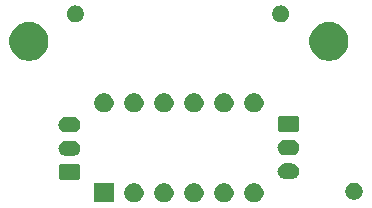
<source format=gts>
G04 #@! TF.GenerationSoftware,KiCad,Pcbnew,(5.1.6)-1*
G04 #@! TF.CreationDate,2021-03-27T23:13:27-04:00*
G04 #@! TF.ProjectId,tm3130-2481bs,746d3331-3330-42d3-9234-383162732e6b,rev?*
G04 #@! TF.SameCoordinates,Original*
G04 #@! TF.FileFunction,Soldermask,Top*
G04 #@! TF.FilePolarity,Negative*
%FSLAX46Y46*%
G04 Gerber Fmt 4.6, Leading zero omitted, Abs format (unit mm)*
G04 Created by KiCad (PCBNEW (5.1.6)-1) date 2021-03-27 23:13:27*
%MOMM*%
%LPD*%
G01*
G04 APERTURE LIST*
%ADD10C,0.100000*%
G04 APERTURE END LIST*
D10*
G36*
X141969142Y-56368242D02*
G01*
X142117101Y-56429529D01*
X142250255Y-56518499D01*
X142363501Y-56631745D01*
X142452471Y-56764899D01*
X142513758Y-56912858D01*
X142545000Y-57069925D01*
X142545000Y-57230075D01*
X142513758Y-57387142D01*
X142452471Y-57535101D01*
X142363501Y-57668255D01*
X142250255Y-57781501D01*
X142117101Y-57870471D01*
X141969142Y-57931758D01*
X141812075Y-57963000D01*
X141651925Y-57963000D01*
X141494858Y-57931758D01*
X141346899Y-57870471D01*
X141213745Y-57781501D01*
X141100499Y-57668255D01*
X141011529Y-57535101D01*
X140950242Y-57387142D01*
X140919000Y-57230075D01*
X140919000Y-57069925D01*
X140950242Y-56912858D01*
X141011529Y-56764899D01*
X141100499Y-56631745D01*
X141213745Y-56518499D01*
X141346899Y-56429529D01*
X141494858Y-56368242D01*
X141651925Y-56337000D01*
X141812075Y-56337000D01*
X141969142Y-56368242D01*
G37*
G36*
X136889142Y-56368242D02*
G01*
X137037101Y-56429529D01*
X137170255Y-56518499D01*
X137283501Y-56631745D01*
X137372471Y-56764899D01*
X137433758Y-56912858D01*
X137465000Y-57069925D01*
X137465000Y-57230075D01*
X137433758Y-57387142D01*
X137372471Y-57535101D01*
X137283501Y-57668255D01*
X137170255Y-57781501D01*
X137037101Y-57870471D01*
X136889142Y-57931758D01*
X136732075Y-57963000D01*
X136571925Y-57963000D01*
X136414858Y-57931758D01*
X136266899Y-57870471D01*
X136133745Y-57781501D01*
X136020499Y-57668255D01*
X135931529Y-57535101D01*
X135870242Y-57387142D01*
X135839000Y-57230075D01*
X135839000Y-57069925D01*
X135870242Y-56912858D01*
X135931529Y-56764899D01*
X136020499Y-56631745D01*
X136133745Y-56518499D01*
X136266899Y-56429529D01*
X136414858Y-56368242D01*
X136571925Y-56337000D01*
X136732075Y-56337000D01*
X136889142Y-56368242D01*
G37*
G36*
X134349142Y-56368242D02*
G01*
X134497101Y-56429529D01*
X134630255Y-56518499D01*
X134743501Y-56631745D01*
X134832471Y-56764899D01*
X134893758Y-56912858D01*
X134925000Y-57069925D01*
X134925000Y-57230075D01*
X134893758Y-57387142D01*
X134832471Y-57535101D01*
X134743501Y-57668255D01*
X134630255Y-57781501D01*
X134497101Y-57870471D01*
X134349142Y-57931758D01*
X134192075Y-57963000D01*
X134031925Y-57963000D01*
X133874858Y-57931758D01*
X133726899Y-57870471D01*
X133593745Y-57781501D01*
X133480499Y-57668255D01*
X133391529Y-57535101D01*
X133330242Y-57387142D01*
X133299000Y-57230075D01*
X133299000Y-57069925D01*
X133330242Y-56912858D01*
X133391529Y-56764899D01*
X133480499Y-56631745D01*
X133593745Y-56518499D01*
X133726899Y-56429529D01*
X133874858Y-56368242D01*
X134031925Y-56337000D01*
X134192075Y-56337000D01*
X134349142Y-56368242D01*
G37*
G36*
X131809142Y-56368242D02*
G01*
X131957101Y-56429529D01*
X132090255Y-56518499D01*
X132203501Y-56631745D01*
X132292471Y-56764899D01*
X132353758Y-56912858D01*
X132385000Y-57069925D01*
X132385000Y-57230075D01*
X132353758Y-57387142D01*
X132292471Y-57535101D01*
X132203501Y-57668255D01*
X132090255Y-57781501D01*
X131957101Y-57870471D01*
X131809142Y-57931758D01*
X131652075Y-57963000D01*
X131491925Y-57963000D01*
X131334858Y-57931758D01*
X131186899Y-57870471D01*
X131053745Y-57781501D01*
X130940499Y-57668255D01*
X130851529Y-57535101D01*
X130790242Y-57387142D01*
X130759000Y-57230075D01*
X130759000Y-57069925D01*
X130790242Y-56912858D01*
X130851529Y-56764899D01*
X130940499Y-56631745D01*
X131053745Y-56518499D01*
X131186899Y-56429529D01*
X131334858Y-56368242D01*
X131491925Y-56337000D01*
X131652075Y-56337000D01*
X131809142Y-56368242D01*
G37*
G36*
X129845000Y-57963000D02*
G01*
X128219000Y-57963000D01*
X128219000Y-56337000D01*
X129845000Y-56337000D01*
X129845000Y-57963000D01*
G37*
G36*
X139429142Y-56368242D02*
G01*
X139577101Y-56429529D01*
X139710255Y-56518499D01*
X139823501Y-56631745D01*
X139912471Y-56764899D01*
X139973758Y-56912858D01*
X140005000Y-57069925D01*
X140005000Y-57230075D01*
X139973758Y-57387142D01*
X139912471Y-57535101D01*
X139823501Y-57668255D01*
X139710255Y-57781501D01*
X139577101Y-57870471D01*
X139429142Y-57931758D01*
X139272075Y-57963000D01*
X139111925Y-57963000D01*
X138954858Y-57931758D01*
X138806899Y-57870471D01*
X138673745Y-57781501D01*
X138560499Y-57668255D01*
X138471529Y-57535101D01*
X138410242Y-57387142D01*
X138379000Y-57230075D01*
X138379000Y-57069925D01*
X138410242Y-56912858D01*
X138471529Y-56764899D01*
X138560499Y-56631745D01*
X138673745Y-56518499D01*
X138806899Y-56429529D01*
X138954858Y-56368242D01*
X139111925Y-56337000D01*
X139272075Y-56337000D01*
X139429142Y-56368242D01*
G37*
G36*
X150341246Y-56289912D02*
G01*
X150411183Y-56303823D01*
X150465759Y-56326429D01*
X150542942Y-56358399D01*
X150661522Y-56437632D01*
X150762368Y-56538478D01*
X150841601Y-56657058D01*
X150896177Y-56788818D01*
X150920851Y-56912858D01*
X150924000Y-56928692D01*
X150924000Y-57071308D01*
X150896177Y-57211183D01*
X150873571Y-57265759D01*
X150841601Y-57342942D01*
X150762368Y-57461522D01*
X150661522Y-57562368D01*
X150542942Y-57641601D01*
X150478588Y-57668257D01*
X150411183Y-57696177D01*
X150341246Y-57710088D01*
X150271309Y-57724000D01*
X150128691Y-57724000D01*
X150058754Y-57710088D01*
X149988817Y-57696177D01*
X149921412Y-57668257D01*
X149857058Y-57641601D01*
X149738478Y-57562368D01*
X149637632Y-57461522D01*
X149558399Y-57342942D01*
X149526429Y-57265759D01*
X149503823Y-57211183D01*
X149476000Y-57071308D01*
X149476000Y-56928692D01*
X149479150Y-56912858D01*
X149503823Y-56788818D01*
X149558399Y-56657058D01*
X149637632Y-56538478D01*
X149738478Y-56437632D01*
X149857058Y-56358399D01*
X149934241Y-56326429D01*
X149988817Y-56303823D01*
X150058754Y-56289912D01*
X150128691Y-56276000D01*
X150271309Y-56276000D01*
X150341246Y-56289912D01*
G37*
G36*
X126877242Y-54725404D02*
G01*
X126914337Y-54736657D01*
X126948515Y-54754925D01*
X126978481Y-54779519D01*
X127003075Y-54809485D01*
X127021343Y-54843663D01*
X127032596Y-54880758D01*
X127037000Y-54925474D01*
X127037000Y-55818526D01*
X127032596Y-55863242D01*
X127021343Y-55900337D01*
X127003075Y-55934515D01*
X126978481Y-55964481D01*
X126948515Y-55989075D01*
X126914337Y-56007343D01*
X126877242Y-56018596D01*
X126832526Y-56023000D01*
X125389474Y-56023000D01*
X125344758Y-56018596D01*
X125307663Y-56007343D01*
X125273485Y-55989075D01*
X125243519Y-55964481D01*
X125218925Y-55934515D01*
X125200657Y-55900337D01*
X125189404Y-55863242D01*
X125185000Y-55818526D01*
X125185000Y-54925474D01*
X125189404Y-54880758D01*
X125200657Y-54843663D01*
X125218925Y-54809485D01*
X125243519Y-54779519D01*
X125273485Y-54754925D01*
X125307663Y-54736657D01*
X125344758Y-54725404D01*
X125389474Y-54721000D01*
X126832526Y-54721000D01*
X126877242Y-54725404D01*
G37*
G36*
X144991855Y-54660140D02*
G01*
X145055618Y-54666420D01*
X145146404Y-54693960D01*
X145178336Y-54703646D01*
X145291425Y-54764094D01*
X145390554Y-54845446D01*
X145471906Y-54944575D01*
X145532354Y-55057664D01*
X145532355Y-55057668D01*
X145569580Y-55180382D01*
X145582149Y-55308000D01*
X145569580Y-55435618D01*
X145542040Y-55526404D01*
X145532354Y-55558336D01*
X145471906Y-55671425D01*
X145390554Y-55770554D01*
X145291425Y-55851906D01*
X145178336Y-55912354D01*
X145146404Y-55922040D01*
X145055618Y-55949580D01*
X144991855Y-55955860D01*
X144959974Y-55959000D01*
X144346026Y-55959000D01*
X144314145Y-55955860D01*
X144250382Y-55949580D01*
X144159596Y-55922040D01*
X144127664Y-55912354D01*
X144014575Y-55851906D01*
X143915446Y-55770554D01*
X143834094Y-55671425D01*
X143773646Y-55558336D01*
X143763960Y-55526404D01*
X143736420Y-55435618D01*
X143723851Y-55308000D01*
X143736420Y-55180382D01*
X143773645Y-55057668D01*
X143773646Y-55057664D01*
X143834094Y-54944575D01*
X143915446Y-54845446D01*
X144014575Y-54764094D01*
X144127664Y-54703646D01*
X144159596Y-54693960D01*
X144250382Y-54666420D01*
X144314145Y-54660140D01*
X144346026Y-54657000D01*
X144959974Y-54657000D01*
X144991855Y-54660140D01*
G37*
G36*
X126449855Y-52724140D02*
G01*
X126513618Y-52730420D01*
X126604404Y-52757960D01*
X126636336Y-52767646D01*
X126749425Y-52828094D01*
X126848554Y-52909446D01*
X126929906Y-53008575D01*
X126990354Y-53121664D01*
X126990355Y-53121668D01*
X127027580Y-53244382D01*
X127040149Y-53372000D01*
X127027580Y-53499618D01*
X127009769Y-53558332D01*
X126990354Y-53622336D01*
X126929906Y-53735425D01*
X126848554Y-53834554D01*
X126749425Y-53915906D01*
X126636336Y-53976354D01*
X126604404Y-53986040D01*
X126513618Y-54013580D01*
X126449855Y-54019860D01*
X126417974Y-54023000D01*
X125804026Y-54023000D01*
X125772145Y-54019860D01*
X125708382Y-54013580D01*
X125617596Y-53986040D01*
X125585664Y-53976354D01*
X125472575Y-53915906D01*
X125373446Y-53834554D01*
X125292094Y-53735425D01*
X125231646Y-53622336D01*
X125212231Y-53558332D01*
X125194420Y-53499618D01*
X125181851Y-53372000D01*
X125194420Y-53244382D01*
X125231645Y-53121668D01*
X125231646Y-53121664D01*
X125292094Y-53008575D01*
X125373446Y-52909446D01*
X125472575Y-52828094D01*
X125585664Y-52767646D01*
X125617596Y-52757960D01*
X125708382Y-52730420D01*
X125772145Y-52724140D01*
X125804026Y-52721000D01*
X126417974Y-52721000D01*
X126449855Y-52724140D01*
G37*
G36*
X144991855Y-52660140D02*
G01*
X145055618Y-52666420D01*
X145146404Y-52693960D01*
X145178336Y-52703646D01*
X145291425Y-52764094D01*
X145390554Y-52845446D01*
X145471906Y-52944575D01*
X145532354Y-53057664D01*
X145532355Y-53057668D01*
X145569580Y-53180382D01*
X145582149Y-53308000D01*
X145569580Y-53435618D01*
X145550166Y-53499616D01*
X145532354Y-53558336D01*
X145471906Y-53671425D01*
X145390554Y-53770554D01*
X145291425Y-53851906D01*
X145178336Y-53912354D01*
X145166626Y-53915906D01*
X145055618Y-53949580D01*
X144991855Y-53955860D01*
X144959974Y-53959000D01*
X144346026Y-53959000D01*
X144314145Y-53955860D01*
X144250382Y-53949580D01*
X144139374Y-53915906D01*
X144127664Y-53912354D01*
X144014575Y-53851906D01*
X143915446Y-53770554D01*
X143834094Y-53671425D01*
X143773646Y-53558336D01*
X143755834Y-53499616D01*
X143736420Y-53435618D01*
X143723851Y-53308000D01*
X143736420Y-53180382D01*
X143773645Y-53057668D01*
X143773646Y-53057664D01*
X143834094Y-52944575D01*
X143915446Y-52845446D01*
X144014575Y-52764094D01*
X144127664Y-52703646D01*
X144159596Y-52693960D01*
X144250382Y-52666420D01*
X144314145Y-52660140D01*
X144346026Y-52657000D01*
X144959974Y-52657000D01*
X144991855Y-52660140D01*
G37*
G36*
X126449855Y-50724140D02*
G01*
X126513618Y-50730420D01*
X126563280Y-50745485D01*
X126636336Y-50767646D01*
X126749425Y-50828094D01*
X126848554Y-50909446D01*
X126929906Y-51008575D01*
X126990354Y-51121664D01*
X126990355Y-51121668D01*
X127027580Y-51244382D01*
X127040149Y-51372000D01*
X127027580Y-51499618D01*
X127000040Y-51590404D01*
X126990354Y-51622336D01*
X126929906Y-51735425D01*
X126848554Y-51834554D01*
X126749425Y-51915906D01*
X126636336Y-51976354D01*
X126604404Y-51986040D01*
X126513618Y-52013580D01*
X126449855Y-52019860D01*
X126417974Y-52023000D01*
X125804026Y-52023000D01*
X125772145Y-52019860D01*
X125708382Y-52013580D01*
X125617596Y-51986040D01*
X125585664Y-51976354D01*
X125472575Y-51915906D01*
X125373446Y-51834554D01*
X125292094Y-51735425D01*
X125231646Y-51622336D01*
X125221960Y-51590404D01*
X125194420Y-51499618D01*
X125181851Y-51372000D01*
X125194420Y-51244382D01*
X125231645Y-51121668D01*
X125231646Y-51121664D01*
X125292094Y-51008575D01*
X125373446Y-50909446D01*
X125472575Y-50828094D01*
X125585664Y-50767646D01*
X125658720Y-50745485D01*
X125708382Y-50730420D01*
X125772145Y-50724140D01*
X125804026Y-50721000D01*
X126417974Y-50721000D01*
X126449855Y-50724140D01*
G37*
G36*
X145419242Y-50661404D02*
G01*
X145456337Y-50672657D01*
X145490515Y-50690925D01*
X145520481Y-50715519D01*
X145545075Y-50745485D01*
X145563343Y-50779663D01*
X145574596Y-50816758D01*
X145579000Y-50861474D01*
X145579000Y-51754526D01*
X145574596Y-51799242D01*
X145563343Y-51836337D01*
X145545075Y-51870515D01*
X145520481Y-51900481D01*
X145490515Y-51925075D01*
X145456337Y-51943343D01*
X145419242Y-51954596D01*
X145374526Y-51959000D01*
X143931474Y-51959000D01*
X143886758Y-51954596D01*
X143849663Y-51943343D01*
X143815485Y-51925075D01*
X143785519Y-51900481D01*
X143760925Y-51870515D01*
X143742657Y-51836337D01*
X143731404Y-51799242D01*
X143727000Y-51754526D01*
X143727000Y-50861474D01*
X143731404Y-50816758D01*
X143742657Y-50779663D01*
X143760925Y-50745485D01*
X143785519Y-50715519D01*
X143815485Y-50690925D01*
X143849663Y-50672657D01*
X143886758Y-50661404D01*
X143931474Y-50657000D01*
X145374526Y-50657000D01*
X145419242Y-50661404D01*
G37*
G36*
X136889142Y-48748242D02*
G01*
X137037101Y-48809529D01*
X137170255Y-48898499D01*
X137283501Y-49011745D01*
X137372471Y-49144899D01*
X137433758Y-49292858D01*
X137465000Y-49449925D01*
X137465000Y-49610075D01*
X137433758Y-49767142D01*
X137372471Y-49915101D01*
X137283501Y-50048255D01*
X137170255Y-50161501D01*
X137037101Y-50250471D01*
X136889142Y-50311758D01*
X136732075Y-50343000D01*
X136571925Y-50343000D01*
X136414858Y-50311758D01*
X136266899Y-50250471D01*
X136133745Y-50161501D01*
X136020499Y-50048255D01*
X135931529Y-49915101D01*
X135870242Y-49767142D01*
X135839000Y-49610075D01*
X135839000Y-49449925D01*
X135870242Y-49292858D01*
X135931529Y-49144899D01*
X136020499Y-49011745D01*
X136133745Y-48898499D01*
X136266899Y-48809529D01*
X136414858Y-48748242D01*
X136571925Y-48717000D01*
X136732075Y-48717000D01*
X136889142Y-48748242D01*
G37*
G36*
X139429142Y-48748242D02*
G01*
X139577101Y-48809529D01*
X139710255Y-48898499D01*
X139823501Y-49011745D01*
X139912471Y-49144899D01*
X139973758Y-49292858D01*
X140005000Y-49449925D01*
X140005000Y-49610075D01*
X139973758Y-49767142D01*
X139912471Y-49915101D01*
X139823501Y-50048255D01*
X139710255Y-50161501D01*
X139577101Y-50250471D01*
X139429142Y-50311758D01*
X139272075Y-50343000D01*
X139111925Y-50343000D01*
X138954858Y-50311758D01*
X138806899Y-50250471D01*
X138673745Y-50161501D01*
X138560499Y-50048255D01*
X138471529Y-49915101D01*
X138410242Y-49767142D01*
X138379000Y-49610075D01*
X138379000Y-49449925D01*
X138410242Y-49292858D01*
X138471529Y-49144899D01*
X138560499Y-49011745D01*
X138673745Y-48898499D01*
X138806899Y-48809529D01*
X138954858Y-48748242D01*
X139111925Y-48717000D01*
X139272075Y-48717000D01*
X139429142Y-48748242D01*
G37*
G36*
X134349142Y-48748242D02*
G01*
X134497101Y-48809529D01*
X134630255Y-48898499D01*
X134743501Y-49011745D01*
X134832471Y-49144899D01*
X134893758Y-49292858D01*
X134925000Y-49449925D01*
X134925000Y-49610075D01*
X134893758Y-49767142D01*
X134832471Y-49915101D01*
X134743501Y-50048255D01*
X134630255Y-50161501D01*
X134497101Y-50250471D01*
X134349142Y-50311758D01*
X134192075Y-50343000D01*
X134031925Y-50343000D01*
X133874858Y-50311758D01*
X133726899Y-50250471D01*
X133593745Y-50161501D01*
X133480499Y-50048255D01*
X133391529Y-49915101D01*
X133330242Y-49767142D01*
X133299000Y-49610075D01*
X133299000Y-49449925D01*
X133330242Y-49292858D01*
X133391529Y-49144899D01*
X133480499Y-49011745D01*
X133593745Y-48898499D01*
X133726899Y-48809529D01*
X133874858Y-48748242D01*
X134031925Y-48717000D01*
X134192075Y-48717000D01*
X134349142Y-48748242D01*
G37*
G36*
X131809142Y-48748242D02*
G01*
X131957101Y-48809529D01*
X132090255Y-48898499D01*
X132203501Y-49011745D01*
X132292471Y-49144899D01*
X132353758Y-49292858D01*
X132385000Y-49449925D01*
X132385000Y-49610075D01*
X132353758Y-49767142D01*
X132292471Y-49915101D01*
X132203501Y-50048255D01*
X132090255Y-50161501D01*
X131957101Y-50250471D01*
X131809142Y-50311758D01*
X131652075Y-50343000D01*
X131491925Y-50343000D01*
X131334858Y-50311758D01*
X131186899Y-50250471D01*
X131053745Y-50161501D01*
X130940499Y-50048255D01*
X130851529Y-49915101D01*
X130790242Y-49767142D01*
X130759000Y-49610075D01*
X130759000Y-49449925D01*
X130790242Y-49292858D01*
X130851529Y-49144899D01*
X130940499Y-49011745D01*
X131053745Y-48898499D01*
X131186899Y-48809529D01*
X131334858Y-48748242D01*
X131491925Y-48717000D01*
X131652075Y-48717000D01*
X131809142Y-48748242D01*
G37*
G36*
X129269142Y-48748242D02*
G01*
X129417101Y-48809529D01*
X129550255Y-48898499D01*
X129663501Y-49011745D01*
X129752471Y-49144899D01*
X129813758Y-49292858D01*
X129845000Y-49449925D01*
X129845000Y-49610075D01*
X129813758Y-49767142D01*
X129752471Y-49915101D01*
X129663501Y-50048255D01*
X129550255Y-50161501D01*
X129417101Y-50250471D01*
X129269142Y-50311758D01*
X129112075Y-50343000D01*
X128951925Y-50343000D01*
X128794858Y-50311758D01*
X128646899Y-50250471D01*
X128513745Y-50161501D01*
X128400499Y-50048255D01*
X128311529Y-49915101D01*
X128250242Y-49767142D01*
X128219000Y-49610075D01*
X128219000Y-49449925D01*
X128250242Y-49292858D01*
X128311529Y-49144899D01*
X128400499Y-49011745D01*
X128513745Y-48898499D01*
X128646899Y-48809529D01*
X128794858Y-48748242D01*
X128951925Y-48717000D01*
X129112075Y-48717000D01*
X129269142Y-48748242D01*
G37*
G36*
X141969142Y-48748242D02*
G01*
X142117101Y-48809529D01*
X142250255Y-48898499D01*
X142363501Y-49011745D01*
X142452471Y-49144899D01*
X142513758Y-49292858D01*
X142545000Y-49449925D01*
X142545000Y-49610075D01*
X142513758Y-49767142D01*
X142452471Y-49915101D01*
X142363501Y-50048255D01*
X142250255Y-50161501D01*
X142117101Y-50250471D01*
X141969142Y-50311758D01*
X141812075Y-50343000D01*
X141651925Y-50343000D01*
X141494858Y-50311758D01*
X141346899Y-50250471D01*
X141213745Y-50161501D01*
X141100499Y-50048255D01*
X141011529Y-49915101D01*
X140950242Y-49767142D01*
X140919000Y-49610075D01*
X140919000Y-49449925D01*
X140950242Y-49292858D01*
X141011529Y-49144899D01*
X141100499Y-49011745D01*
X141213745Y-48898499D01*
X141346899Y-48809529D01*
X141494858Y-48748242D01*
X141651925Y-48717000D01*
X141812075Y-48717000D01*
X141969142Y-48748242D01*
G37*
G36*
X148457256Y-42714298D02*
G01*
X148563579Y-42735447D01*
X148864042Y-42859903D01*
X149134451Y-43040585D01*
X149364415Y-43270549D01*
X149545097Y-43540958D01*
X149669553Y-43841421D01*
X149733000Y-44160391D01*
X149733000Y-44485609D01*
X149669553Y-44804579D01*
X149545097Y-45105042D01*
X149364415Y-45375451D01*
X149134451Y-45605415D01*
X148864042Y-45786097D01*
X148563579Y-45910553D01*
X148457256Y-45931702D01*
X148244611Y-45974000D01*
X147919389Y-45974000D01*
X147706744Y-45931702D01*
X147600421Y-45910553D01*
X147299958Y-45786097D01*
X147029549Y-45605415D01*
X146799585Y-45375451D01*
X146618903Y-45105042D01*
X146494447Y-44804579D01*
X146431000Y-44485609D01*
X146431000Y-44160391D01*
X146494447Y-43841421D01*
X146618903Y-43540958D01*
X146799585Y-43270549D01*
X147029549Y-43040585D01*
X147299958Y-42859903D01*
X147600421Y-42735447D01*
X147706744Y-42714298D01*
X147919389Y-42672000D01*
X148244611Y-42672000D01*
X148457256Y-42714298D01*
G37*
G36*
X123057256Y-42714298D02*
G01*
X123163579Y-42735447D01*
X123464042Y-42859903D01*
X123734451Y-43040585D01*
X123964415Y-43270549D01*
X124145097Y-43540958D01*
X124269553Y-43841421D01*
X124333000Y-44160391D01*
X124333000Y-44485609D01*
X124269553Y-44804579D01*
X124145097Y-45105042D01*
X123964415Y-45375451D01*
X123734451Y-45605415D01*
X123464042Y-45786097D01*
X123163579Y-45910553D01*
X123057256Y-45931702D01*
X122844611Y-45974000D01*
X122519389Y-45974000D01*
X122306744Y-45931702D01*
X122200421Y-45910553D01*
X121899958Y-45786097D01*
X121629549Y-45605415D01*
X121399585Y-45375451D01*
X121218903Y-45105042D01*
X121094447Y-44804579D01*
X121031000Y-44485609D01*
X121031000Y-44160391D01*
X121094447Y-43841421D01*
X121218903Y-43540958D01*
X121399585Y-43270549D01*
X121629549Y-43040585D01*
X121899958Y-42859903D01*
X122200421Y-42735447D01*
X122306744Y-42714298D01*
X122519389Y-42672000D01*
X122844611Y-42672000D01*
X123057256Y-42714298D01*
G37*
G36*
X126741246Y-41289912D02*
G01*
X126811183Y-41303823D01*
X126865759Y-41326429D01*
X126942942Y-41358399D01*
X127061522Y-41437632D01*
X127162368Y-41538478D01*
X127241601Y-41657058D01*
X127296177Y-41788818D01*
X127324000Y-41928691D01*
X127324000Y-42071309D01*
X127296177Y-42211182D01*
X127241601Y-42342942D01*
X127162368Y-42461522D01*
X127061522Y-42562368D01*
X126942942Y-42641601D01*
X126869551Y-42672000D01*
X126811183Y-42696177D01*
X126741246Y-42710088D01*
X126671309Y-42724000D01*
X126528691Y-42724000D01*
X126458755Y-42710089D01*
X126388817Y-42696177D01*
X126330449Y-42672000D01*
X126257058Y-42641601D01*
X126138478Y-42562368D01*
X126037632Y-42461522D01*
X125958399Y-42342942D01*
X125903823Y-42211182D01*
X125876000Y-42071309D01*
X125876000Y-41928691D01*
X125903823Y-41788818D01*
X125958399Y-41657058D01*
X126037632Y-41538478D01*
X126138478Y-41437632D01*
X126257058Y-41358399D01*
X126334241Y-41326429D01*
X126388817Y-41303823D01*
X126458754Y-41289912D01*
X126528691Y-41276000D01*
X126671309Y-41276000D01*
X126741246Y-41289912D01*
G37*
G36*
X144141246Y-41289912D02*
G01*
X144211183Y-41303823D01*
X144265759Y-41326429D01*
X144342942Y-41358399D01*
X144461522Y-41437632D01*
X144562368Y-41538478D01*
X144641601Y-41657058D01*
X144696177Y-41788818D01*
X144724000Y-41928691D01*
X144724000Y-42071309D01*
X144696177Y-42211182D01*
X144641601Y-42342942D01*
X144562368Y-42461522D01*
X144461522Y-42562368D01*
X144342942Y-42641601D01*
X144269551Y-42672000D01*
X144211183Y-42696177D01*
X144141246Y-42710088D01*
X144071309Y-42724000D01*
X143928691Y-42724000D01*
X143858755Y-42710089D01*
X143788817Y-42696177D01*
X143730449Y-42672000D01*
X143657058Y-42641601D01*
X143538478Y-42562368D01*
X143437632Y-42461522D01*
X143358399Y-42342942D01*
X143303823Y-42211182D01*
X143276000Y-42071309D01*
X143276000Y-41928691D01*
X143303823Y-41788818D01*
X143358399Y-41657058D01*
X143437632Y-41538478D01*
X143538478Y-41437632D01*
X143657058Y-41358399D01*
X143734241Y-41326429D01*
X143788817Y-41303823D01*
X143858754Y-41289912D01*
X143928691Y-41276000D01*
X144071309Y-41276000D01*
X144141246Y-41289912D01*
G37*
M02*

</source>
